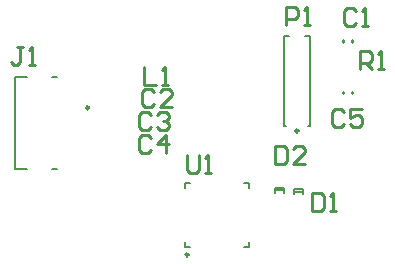
<source format=gto>
G04*
G04 #@! TF.GenerationSoftware,Altium Limited,Altium Designer,19.0.14 (431)*
G04*
G04 Layer_Color=65535*
%FSLAX43Y43*%
%MOMM*%
G71*
G01*
G75*
%ADD10C,0.250*%
%ADD11C,0.200*%
%ADD12C,0.254*%
D10*
X5375Y13475D02*
G03*
X5375Y13475I-125J0D01*
G01*
X13825Y1025D02*
G03*
X13825Y1025I-125J0D01*
G01*
X23125Y11510D02*
G03*
X23125Y11510I-125J0D01*
G01*
D11*
X21119Y6264D02*
Y6700D01*
Y6500D02*
X21881D01*
X21119Y6700D02*
X21881D01*
Y6264D02*
Y6700D01*
X23506Y6139D02*
Y6575D01*
X22744D02*
X23506D01*
X22744Y6375D02*
X23506D01*
X22744Y6139D02*
Y6575D01*
X-875Y16105D02*
X138D01*
X2247D02*
X2675D01*
X-875Y8245D02*
Y16105D01*
Y8245D02*
X138D01*
X2247D02*
X2675D01*
X13550Y6675D02*
Y7075D01*
X13950D01*
X18950Y6675D02*
Y7075D01*
X18550D02*
X18950D01*
Y1675D02*
Y2075D01*
X18550Y1675D02*
X18950D01*
X13550D02*
Y2075D01*
Y1675D02*
X13950D01*
X21930Y11950D02*
X22090D01*
X21930D02*
Y19570D01*
X22327D01*
X23673D02*
X24070D01*
Y11950D02*
Y19570D01*
X23910Y11950D02*
X24070D01*
D12*
X27631Y14699D02*
Y14801D01*
X26869Y14699D02*
Y14801D01*
X27631Y19074D02*
Y19176D01*
X26869Y19074D02*
Y19176D01*
X21125Y10274D02*
Y8750D01*
X21887D01*
X22141Y9004D01*
Y10020D01*
X21887Y10274D01*
X21125D01*
X23664Y8750D02*
X22649D01*
X23664Y9766D01*
Y10020D01*
X23410Y10274D01*
X22902D01*
X22649Y10020D01*
X24250Y6274D02*
Y4750D01*
X25012D01*
X25266Y5004D01*
Y6020D01*
X25012Y6274D01*
X24250D01*
X25774Y4750D02*
X26281D01*
X26027D01*
Y6274D01*
X25774Y6020D01*
X27016Y13145D02*
X26762Y13399D01*
X26254D01*
X26000Y13145D01*
Y12129D01*
X26254Y11875D01*
X26762D01*
X27016Y12129D01*
X28539Y13399D02*
X27524D01*
Y12637D01*
X28031Y12891D01*
X28285D01*
X28539Y12637D01*
Y12129D01*
X28285Y11875D01*
X27777D01*
X27524Y12129D01*
X28016Y21645D02*
X27762Y21899D01*
X27254D01*
X27000Y21645D01*
Y20629D01*
X27254Y20375D01*
X27762D01*
X28016Y20629D01*
X28524Y20375D02*
X29031D01*
X28777D01*
Y21899D01*
X28524Y21645D01*
X28375Y16750D02*
Y18274D01*
X29137D01*
X29391Y18020D01*
Y17512D01*
X29137Y17258D01*
X28375D01*
X28883D02*
X29391Y16750D01*
X29899D02*
X30406D01*
X30152D01*
Y18274D01*
X29899Y18020D01*
X10059Y16899D02*
Y15375D01*
X11075D01*
X11583D02*
X12090D01*
X11836D01*
Y16899D01*
X11583Y16645D01*
X10891Y14770D02*
X10637Y15024D01*
X10129D01*
X9875Y14770D01*
Y13754D01*
X10129Y13500D01*
X10637D01*
X10891Y13754D01*
X12414Y13500D02*
X11399D01*
X12414Y14516D01*
Y14770D01*
X12160Y15024D01*
X11652D01*
X11399Y14770D01*
X10641Y12895D02*
X10387Y13149D01*
X9879D01*
X9625Y12895D01*
Y11879D01*
X9879Y11625D01*
X10387D01*
X10641Y11879D01*
X11149Y12895D02*
X11402Y13149D01*
X11910D01*
X12164Y12895D01*
Y12641D01*
X11910Y12387D01*
X11656D01*
X11910D01*
X12164Y12133D01*
Y11879D01*
X11910Y11625D01*
X11402D01*
X11149Y11879D01*
X10641Y10895D02*
X10387Y11149D01*
X9879D01*
X9625Y10895D01*
Y9879D01*
X9879Y9625D01*
X10387D01*
X10641Y9879D01*
X11910Y9625D02*
Y11149D01*
X11149Y10387D01*
X12164D01*
X13705Y9455D02*
Y8186D01*
X13959Y7932D01*
X14467D01*
X14721Y8186D01*
Y9455D01*
X15229Y7932D02*
X15737D01*
X15483D01*
Y9455D01*
X15229Y9201D01*
X-205Y18583D02*
X-713D01*
X-459D01*
Y17314D01*
X-713Y17060D01*
X-967D01*
X-1221Y17314D01*
X303Y17060D02*
X811D01*
X557D01*
Y18583D01*
X303Y18329D01*
X22071Y20445D02*
Y21968D01*
X22833D01*
X23086Y21714D01*
Y21207D01*
X22833Y20953D01*
X22071D01*
X23594Y20445D02*
X24102D01*
X23848D01*
Y21968D01*
X23594Y21714D01*
M02*

</source>
